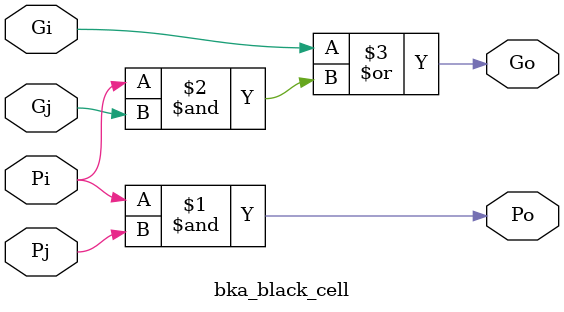
<source format=v>
`timescale 1ns / 1ps


module bka_black_cell (
    input  wire Pi, Gi,  // Right input (higher index)
    input  wire Pj, Gj,  // Left input (lower index)
    output wire Po, Go
);
    assign Po = Pi & Pj;
    assign Go = Gi | (Pi & Gj);  // Correct generate logic
endmodule



</source>
